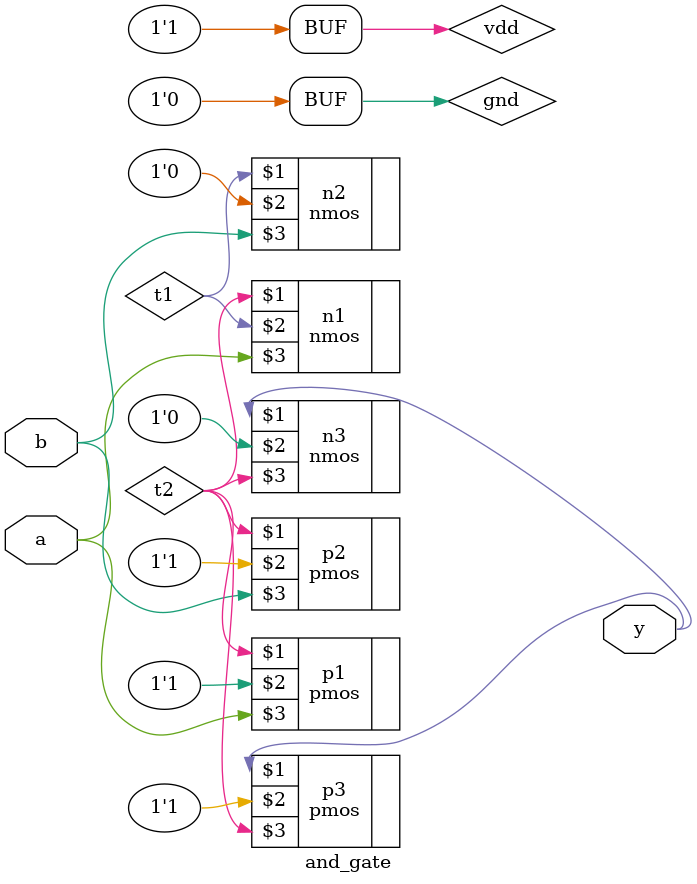
<source format=v>
`timescale 1ns / 1ps


module and_gate(
    input a,
    input b,
    output y
    );
    
    supply1 vdd;
    supply0 gnd;
    wire t1;
    wire t2;
    pmos p1(t2,vdd,a);
    pmos p2(t2,vdd,b);
    nmos n1(t2,t1,a);
    nmos n2(t1,gnd,b);
    
    pmos p3(y,vdd,t2);
    nmos n3(y,gnd,t2);
    
    
endmodule

</source>
